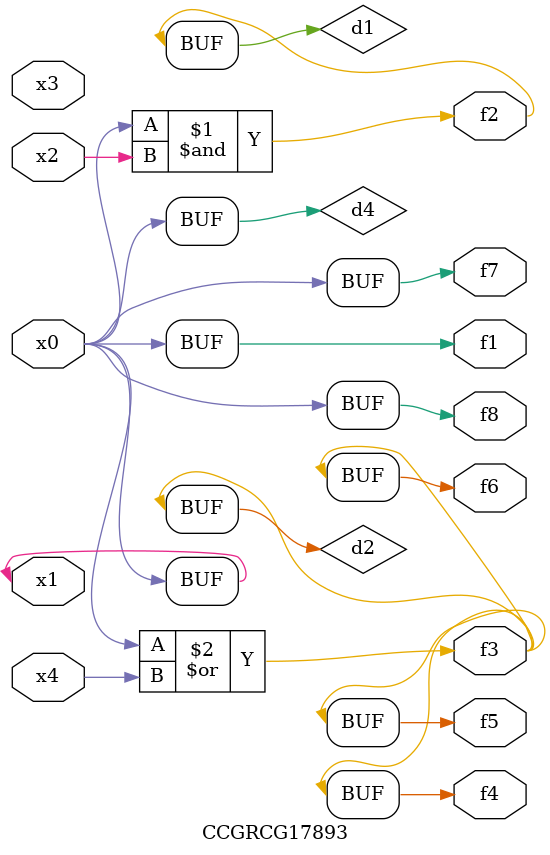
<source format=v>
module CCGRCG17893(
	input x0, x1, x2, x3, x4,
	output f1, f2, f3, f4, f5, f6, f7, f8
);

	wire d1, d2, d3, d4;

	and (d1, x0, x2);
	or (d2, x0, x4);
	nand (d3, x0, x2);
	buf (d4, x0, x1);
	assign f1 = d4;
	assign f2 = d1;
	assign f3 = d2;
	assign f4 = d2;
	assign f5 = d2;
	assign f6 = d2;
	assign f7 = d4;
	assign f8 = d4;
endmodule

</source>
